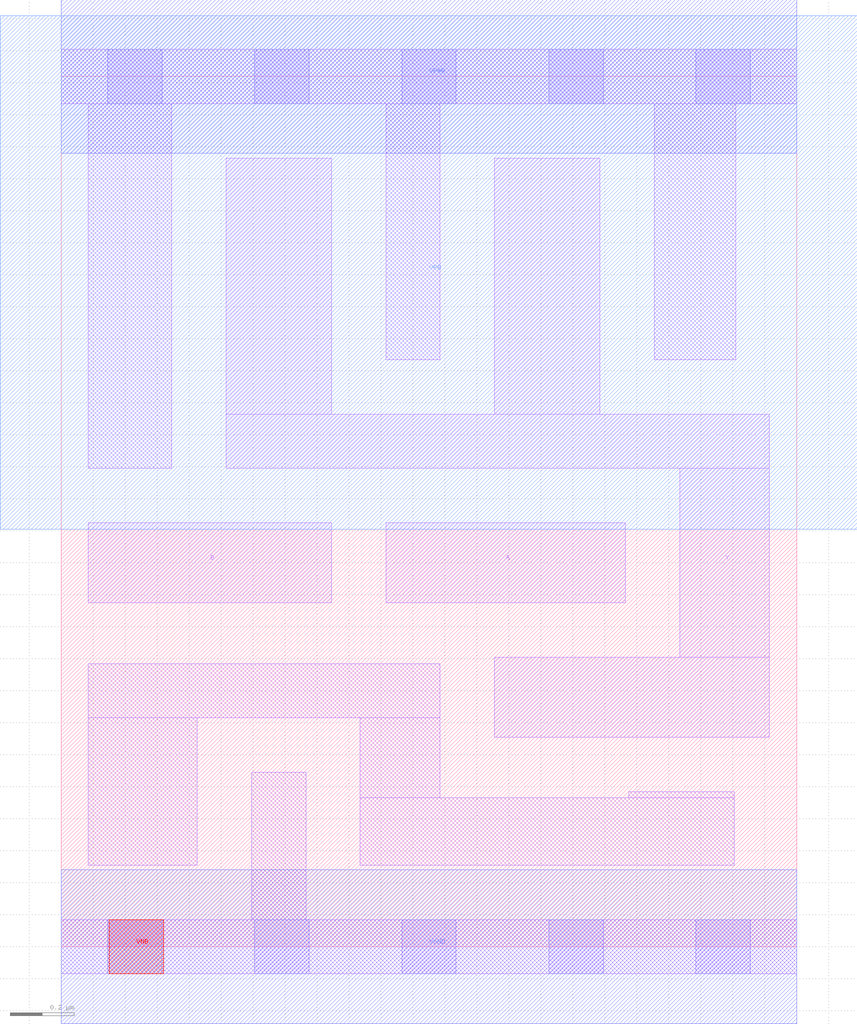
<source format=lef>
# Copyright 2020 The SkyWater PDK Authors
#
# Licensed under the Apache License, Version 2.0 (the "License");
# you may not use this file except in compliance with the License.
# You may obtain a copy of the License at
#
#     https://www.apache.org/licenses/LICENSE-2.0
#
# Unless required by applicable law or agreed to in writing, software
# distributed under the License is distributed on an "AS IS" BASIS,
# WITHOUT WARRANTIES OR CONDITIONS OF ANY KIND, either express or implied.
# See the License for the specific language governing permissions and
# limitations under the License.
#
# SPDX-License-Identifier: Apache-2.0

VERSION 5.7 ;
  NOWIREEXTENSIONATPIN ON ;
  DIVIDERCHAR "/" ;
  BUSBITCHARS "[]" ;
MACRO sky130_fd_sc_hd__nand2_2
  CLASS CORE ;
  FOREIGN sky130_fd_sc_hd__nand2_2 ;
  ORIGIN  0.000000  0.000000 ;
  SIZE  2.300000 BY  2.720000 ;
  SYMMETRY X Y R90 ;
  SITE unithd ;
  PIN A
    ANTENNAGATEAREA  0.495000 ;
    DIRECTION INPUT ;
    USE SIGNAL ;
    PORT
      LAYER li1 ;
        RECT 1.015000 1.075000 1.765000 1.325000 ;
    END
  END A
  PIN B
    ANTENNAGATEAREA  0.495000 ;
    DIRECTION INPUT ;
    USE SIGNAL ;
    PORT
      LAYER li1 ;
        RECT 0.085000 1.075000 0.845000 1.325000 ;
    END
  END B
  PIN Y
    ANTENNADIFFAREA  0.715500 ;
    DIRECTION OUTPUT ;
    USE SIGNAL ;
    PORT
      LAYER li1 ;
        RECT 0.515000 1.495000 2.215000 1.665000 ;
        RECT 0.515000 1.665000 0.845000 2.465000 ;
        RECT 1.355000 0.655000 2.215000 0.905000 ;
        RECT 1.355000 1.665000 1.685000 2.465000 ;
        RECT 1.935000 0.905000 2.215000 1.495000 ;
    END
  END Y
  PIN VGND
    DIRECTION INOUT ;
    SHAPE ABUTMENT ;
    USE GROUND ;
    PORT
      LAYER met1 ;
        RECT 0.000000 -0.240000 2.300000 0.240000 ;
    END
  END VGND
  PIN VNB
    DIRECTION INOUT ;
    USE GROUND ;
    PORT
      LAYER pwell ;
        RECT 0.150000 -0.085000 0.320000 0.085000 ;
    END
  END VNB
  PIN VPB
    DIRECTION INOUT ;
    USE POWER ;
    PORT
      LAYER nwell ;
        RECT -0.190000 1.305000 2.490000 2.910000 ;
    END
  END VPB
  PIN VPWR
    DIRECTION INOUT ;
    SHAPE ABUTMENT ;
    USE POWER ;
    PORT
      LAYER met1 ;
        RECT 0.000000 2.480000 2.300000 2.960000 ;
    END
  END VPWR
  OBS
    LAYER li1 ;
      RECT 0.000000 -0.085000 2.300000 0.085000 ;
      RECT 0.000000  2.635000 2.300000 2.805000 ;
      RECT 0.085000  0.255000 0.425000 0.715000 ;
      RECT 0.085000  0.715000 1.185000 0.885000 ;
      RECT 0.085000  1.495000 0.345000 2.635000 ;
      RECT 0.595000  0.085000 0.765000 0.545000 ;
      RECT 0.935000  0.255000 2.105000 0.465000 ;
      RECT 0.935000  0.465000 1.185000 0.715000 ;
      RECT 1.015000  1.835000 1.185000 2.635000 ;
      RECT 1.775000  0.465000 2.105000 0.485000 ;
      RECT 1.855000  1.835000 2.110000 2.635000 ;
    LAYER mcon ;
      RECT 0.145000 -0.085000 0.315000 0.085000 ;
      RECT 0.145000  2.635000 0.315000 2.805000 ;
      RECT 0.605000 -0.085000 0.775000 0.085000 ;
      RECT 0.605000  2.635000 0.775000 2.805000 ;
      RECT 1.065000 -0.085000 1.235000 0.085000 ;
      RECT 1.065000  2.635000 1.235000 2.805000 ;
      RECT 1.525000 -0.085000 1.695000 0.085000 ;
      RECT 1.525000  2.635000 1.695000 2.805000 ;
      RECT 1.985000 -0.085000 2.155000 0.085000 ;
      RECT 1.985000  2.635000 2.155000 2.805000 ;
  END
END sky130_fd_sc_hd__nand2_2
END LIBRARY

</source>
